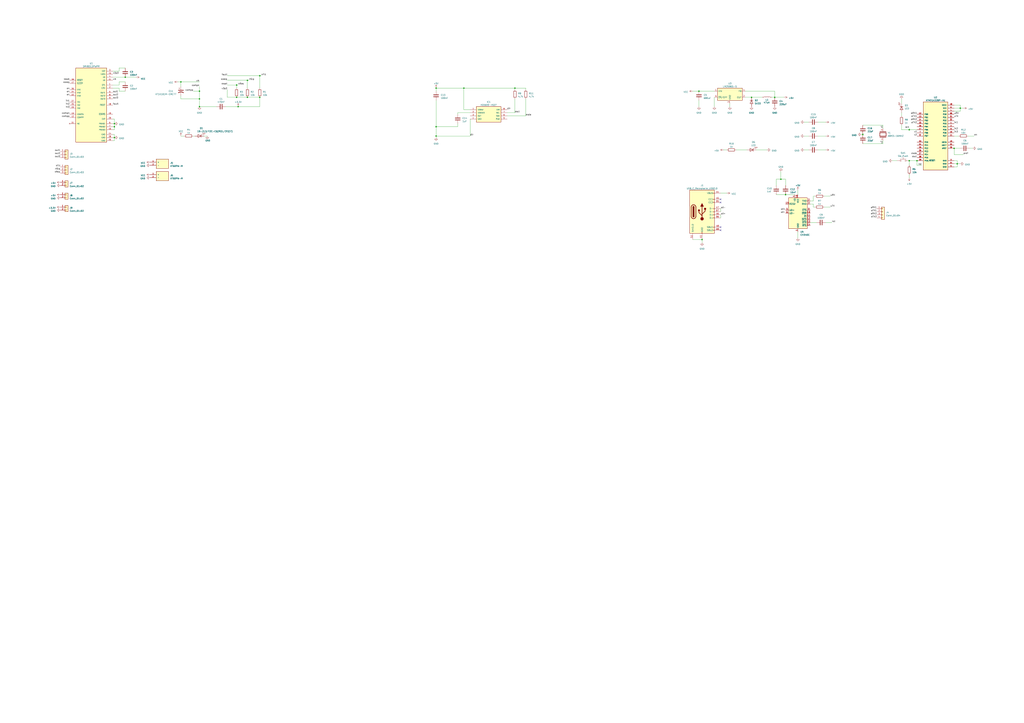
<source format=kicad_sch>
(kicad_sch (version 20231120) (generator "eeschema") (generator_version "8.0")
  (paper "A1")
  (title_block (title "GimbalFOC Controller") (date "2024-07-29") (rev "1.0") (company "VERTEX"))
  (lib_symbols
    (symbol "ABM3-16.000MHZ-B2-T:ABM3-16.000MHZ-B2-T" (pin_names (offset 1.016))
      (property "Reference" "Y" (at -5.0878 3.8159 0))
      (property "Value" "ABM3-16.000MHZ-B2-T" (at -5.0944 -5.0944 0))
      (symbol "ABM3-16.000MHZ-B2-T_0_0"
        (pin passive line (at -5.08 0 0) (length 2.54) (name "~") (number "1"))
        (pin passive line (at 5.08 0 180) (length 2.54) (name "~") (number "2"))
      )
    )
    (symbol "AS5600-ASOT:AS5600-ASOT" (pin_names (offset 1.016))
      (property "Reference" "IC" (at 6.35 5.08 0))
      (property "Value" "AS5600-ASOT" (at 6.35 -12.7 0))
      (symbol "AS5600-ASOT_0_0"
        (pin bidirectional line (at 0 0 0) (length 5.08) (name "VDD5V") (number "1"))
        (pin bidirectional line (at 0 -2.54 0) (length 5.08) (name "VDD3V3") (number "2"))
        (pin bidirectional line (at 0 -5.08 0) (length 5.08) (name "OUT") (number "3"))
        (pin bidirectional line (at 0 -7.62 0) (length 5.08) (name "GND") (number "4"))
        (pin bidirectional line (at 30.48 -7.62 180) (length 5.08) (name "PGO") (number "5"))
        (pin bidirectional line (at 30.48 -5.08 180) (length 5.08) (name "SDA") (number "6"))
        (pin bidirectional line (at 30.48 -2.54 180) (length 5.08) (name "SCL") (number "7"))
        (pin bidirectional line (at 30.48 0 180) (length 5.08) (name "DIR") (number "8"))
      )
    )
    (symbol "ATMEGA328P-AU:ATMEGA328P-AU" (pin_names (offset 1.016))
      (property "Reference" "U" (at -10.1755 29.2546 0))
      (property "Value" "ATMEGA328P-AU" (at -10.1669 -31.7714 0))
      (symbol "ATMEGA328P-AU_0_0"
        (pin bidirectional line (at 15.24 10.16 180) (length 5.08) (name "PD3") (number "1"))
        (pin bidirectional line (at 15.24 2.54 180) (length 5.08) (name "PD6") (number "10"))
        (pin bidirectional line (at 15.24 0 180) (length 5.08) (name "PD7") (number "11"))
        (pin bidirectional line (at -15.24 17.78 0) (length 5.08) (name "PB0") (number "12"))
        (pin bidirectional line (at -15.24 15.24 0) (length 5.08) (name "PB1") (number "13"))
        (pin bidirectional line (at -15.24 12.7 0) (length 5.08) (name "PB2") (number "14"))
        (pin bidirectional line (at -15.24 10.16 0) (length 5.08) (name "PB3") (number "15"))
        (pin bidirectional line (at -15.24 7.62 0) (length 5.08) (name "PB4") (number "16"))
        (pin bidirectional line (at -15.24 5.08 0) (length 5.08) (name "PB5") (number "17"))
        (pin power_in line (at 15.24 25.4 180) (length 5.08) (name "AVCC") (number "18"))
        (pin bidirectional line (at 15.24 -5.08 180) (length 5.08) (name "ADC6") (number "19"))
        (pin bidirectional line (at 15.24 7.62 180) (length 5.08) (name "PD4") (number "2"))
        (pin input line (at 15.24 -10.16 180) (length 5.08) (name "AREF") (number "20"))
        (pin power_in line (at 15.24 -22.86 180) (length 5.08) (name "GND") (number "21"))
        (pin bidirectional line (at 15.24 -7.62 180) (length 5.08) (name "ADC7") (number "22"))
        (pin bidirectional line (at -15.24 -5.08 0) (length 5.08) (name "PC0") (number "23"))
        (pin bidirectional line (at -15.24 -7.62 0) (length 5.08) (name "PC1") (number "24"))
        (pin bidirectional line (at -15.24 -10.16 0) (length 5.08) (name "PC2") (number "25"))
        (pin bidirectional line (at -15.24 -12.7 0) (length 5.08) (name "PC3") (number "26"))
        (pin bidirectional line (at -15.24 -15.24 0) (length 5.08) (name "PC4") (number "27"))
        (pin bidirectional line (at -15.24 -17.78 0) (length 5.08) (name "PC5") (number "28"))
        (pin bidirectional line (at -15.24 -20.32 0) (length 5.08) (name "PC6/~{RESET}") (number "29"))
        (pin power_in line (at 15.24 -20.32 180) (length 5.08) (name "GND") (number "3"))
        (pin bidirectional line (at 15.24 17.78 180) (length 5.08) (name "PD0") (number "30"))
        (pin bidirectional line (at 15.24 15.24 180) (length 5.08) (name "PD1") (number "31"))
        (pin bidirectional line (at 15.24 12.7 180) (length 5.08) (name "PD2") (number "32"))
        (pin power_in line (at 15.24 20.32 180) (length 5.08) (name "VCC") (number "4"))
        (pin power_in line (at 15.24 -25.4 180) (length 5.08) (name "GND") (number "5"))
        (pin power_in line (at 15.24 22.86 180) (length 5.08) (name "VCC") (number "6"))
        (pin bidirectional line (at -15.24 2.54 0) (length 5.08) (name "PB6") (number "7"))
        (pin bidirectional line (at -15.24 0 0) (length 5.08) (name "PB7") (number "8"))
        (pin bidirectional line (at 15.24 5.08 180) (length 5.08) (name "PD5") (number "9"))
      )
    )
    (symbol "Connector:USB_C_Receptacle_USB2.0" (pin_names (offset 1.016))
      (property "Reference" "J" (at -10.16 19.05 0))
      (property "Value" "USB_C_Receptacle_USB2.0" (at 19.05 19.05 0))
      (symbol "USB_C_Receptacle_USB2.0_1_1"
        (pin passive line (at 0 -22.86 90) (length 5.08) (name "GND") (number "A1"))
        (pin passive line (at 0 -22.86 90) (length 5.08) hide (name "GND") (number "A12"))
        (pin passive line (at 15.24 15.24 180) (length 5.08) (name "VBUS") (number "A4"))
        (pin bidirectional line (at 15.24 10.16 180) (length 5.08) (name "CC1") (number "A5"))
        (pin bidirectional line (at 15.24 -2.54 180) (length 5.08) (name "D+") (number "A6"))
        (pin bidirectional line (at 15.24 2.54 180) (length 5.08) (name "D-") (number "A7"))
        (pin bidirectional line (at 15.24 -12.7 180) (length 5.08) (name "SBU1") (number "A8"))
        (pin passive line (at 15.24 15.24 180) (length 5.08) hide (name "VBUS") (number "A9"))
        (pin passive line (at 0 -22.86 90) (length 5.08) hide (name "GND") (number "B1"))
        (pin passive line (at 0 -22.86 90) (length 5.08) hide (name "GND") (number "B12"))
        (pin passive line (at 15.24 15.24 180) (length 5.08) hide (name "VBUS") (number "B4"))
        (pin bidirectional line (at 15.24 7.62 180) (length 5.08) (name "CC2") (number "B5"))
        (pin bidirectional line (at 15.24 -5.08 180) (length 5.08) (name "D+") (number "B6"))
        (pin bidirectional line (at 15.24 0 180) (length 5.08) (name "D-") (number "B7"))
        (pin bidirectional line (at 15.24 -15.24 180) (length 5.08) (name "SBU2") (number "B8"))
        (pin passive line (at 15.24 15.24 180) (length 5.08) hide (name "VBUS") (number "B9"))
        (pin passive line (at -7.62 -22.86 90) (length 5.08) (name "SHIELD") (number "S1"))
      )
    )
    (symbol "Connector_Generic:Conn_01x02" (pin_names (offset 1.016) hide)
      (property "Reference" "J" (at 0 2.54 0))
      (property "Value" "Conn_01x02" (at 0 -5.08 0))
      (symbol "Conn_01x02_1_1"
        (pin passive line (at -5.08 0 0) (length 3.81) (name "Pin_1") (number "1"))
        (pin passive line (at -5.08 -2.54 0) (length 3.81) (name "Pin_2") (number "2"))
      )
    )
    (symbol "Connector_Generic:Conn_01x03" (pin_names (offset 1.016) hide)
      (property "Reference" "J" (at 0 5.08 0))
      (property "Value" "Conn_01x03" (at 0 -5.08 0))
      (symbol "Conn_01x03_1_1"
        (pin passive line (at -5.08 2.54 0) (length 3.81) (name "Pin_1") (number "1"))
        (pin passive line (at -5.08 0 0) (length 3.81) (name "Pin_2") (number "2"))
        (pin passive line (at -5.08 -2.54 0) (length 3.81) (name "Pin_3") (number "3"))
      )
    )
    (symbol "Connector_Generic:Conn_01x04" (pin_names (offset 1.016) hide)
      (property "Reference" "J" (at 0 5.08 0))
      (property "Value" "Conn_01x04" (at 0 -7.62 0))
      (symbol "Conn_01x04_1_1"
        (pin passive line (at -5.08 2.54 0) (length 3.81) (name "Pin_1") (number "1"))
        (pin passive line (at -5.08 0 0) (length 3.81) (name "Pin_2") (number "2"))
        (pin passive line (at -5.08 -2.54 0) (length 3.81) (name "Pin_3") (number "3"))
        (pin passive line (at -5.08 -5.08 0) (length 3.81) (name "Pin_4") (number "4"))
      )
    )
    (symbol "DRV8313PWPR:DRV8313PWPR" (pin_names (offset 1.016))
      (property "Reference" "U" (at -12.7 31.48 0))
      (property "Value" "DRV8313PWPR" (at -12.7 -33.02 0))
      (symbol "DRV8313PWPR_0_0"
        (pin power_in line (at 17.78 16.51 180) (length 5.08) (name "CPL") (number "1"))
        (pin power_in line (at 17.78 -20.32 180) (length 5.08) (name "PGND3") (number "10"))
        (pin power_in line (at 17.78 20.32 180) (length 5.08) (name "VM") (number "11"))
        (pin input line (at -17.78 -10.16 0) (length 5.08) (name "COMPP") (number "12"))
        (pin input line (at -17.78 -7.62 0) (length 5.08) (name "COMPN") (number "13"))
        (pin power_in line (at 17.78 -24.13 180) (length 5.08) (name "GND") (number "14"))
        (pin power_in line (at 17.78 25.4 180) (length 5.08) (name "V3P3") (number "15"))
        (pin input line (at -17.78 20.32 0) (length 5.08) (name "~{RESET}") (number "16"))
        (pin input line (at -17.78 17.78 0) (length 5.08) (name "~{SLEEP}") (number "17"))
        (pin output line (at 17.78 0 180) (length 5.08) (name "~{FAULT}") (number "18"))
        (pin output line (at 17.78 -7.62 180) (length 5.08) (name "~{COMPO}") (number "19"))
        (pin power_in line (at 17.78 13.97 180) (length 5.08) (name "CPH") (number "2"))
        (pin power_in line (at 17.78 -29.21 180) (length 5.08) (name "GND") (number "20"))
        (pin no_connect line (at -17.78 -15.24 0) (length 5.08) (name "NC") (number "21"))
        (pin input line (at -17.78 7.62 0) (length 5.08) (name "EN3") (number "22"))
        (pin input line (at -17.78 -2.54 0) (length 5.08) (name "IN3") (number "23"))
        (pin input line (at -17.78 10.16 0) (length 5.08) (name "EN2") (number "24"))
        (pin input line (at -17.78 0 0) (length 5.08) (name "IN2") (number "25"))
        (pin input line (at -17.78 12.7 0) (length 5.08) (name "EN1") (number "26"))
        (pin input line (at -17.78 2.54 0) (length 5.08) (name "IN1") (number "27"))
        (pin power_in line (at 17.78 -26.67 180) (length 5.08) (name "GND") (number "28"))
        (pin power_in line (at 17.78 -11.43 180) (length 5.08) (name "EXP") (number "29"))
        (pin power_in line (at 17.78 27.94 180) (length 5.08) (name "VCP") (number "3"))
        (pin power_in line (at 17.78 22.86 180) (length 5.08) (name "VM") (number "4"))
        (pin output line (at 17.78 10.16 180) (length 5.08) (name "OUT1") (number "5"))
        (pin power_in line (at 17.78 -15.24 180) (length 5.08) (name "PGND1") (number "6"))
        (pin power_in line (at 17.78 -17.78 180) (length 5.08) (name "PGND2") (number "7"))
        (pin output line (at 17.78 7.62 180) (length 5.08) (name "OUT2") (number "8"))
        (pin output line (at 17.78 5.08 180) (length 5.08) (name "OUT3") (number "9"))
      )
    )
    (symbol "Device:C" (pin_numbers hide) (pin_names (offset 0.254))
      (property "Reference" "C" (at 0.635 2.54 0))
      (property "Value" "C" (at 0.635 -2.54 0))
      (symbol "C_1_1"
        (pin passive line (at 0 3.81 270) (length 2.794) (name "~") (number "1"))
        (pin passive line (at 0 -3.81 90) (length 2.794) (name "~") (number "2"))
      )
    )
    (symbol "Device:C_Polarized_US" (pin_numbers hide) (pin_names (offset 0.254) hide)
      (property "Reference" "C" (at 0.635 2.54 0))
      (property "Value" "C_Polarized_US" (at 0.635 -2.54 0))
      (symbol "C_Polarized_US_1_1"
        (pin passive line (at 0 3.81 270) (length 2.794) (name "~") (number "1"))
        (pin passive line (at 0 -3.81 90) (length 3.302) (name "~") (number "2"))
      )
    )
    (symbol "Device:D" (pin_numbers hide) (pin_names (offset 1.016) hide)
      (property "Reference" "D" (at 0 2.54 0))
      (property "Value" "D" (at 0 -2.54 0))
      (symbol "D_1_1"
        (pin passive line (at -3.81 0 0) (length 2.54) (name "K") (number "1"))
        (pin passive line (at 3.81 0 180) (length 2.54) (name "A") (number "2"))
      )
    )
    (symbol "Device:L" (pin_numbers hide) (pin_names (offset 1.016) hide)
      (property "Reference" "L" (at -1.27 0 90))
      (property "Value" "L" (at 1.905 0 90))
      (symbol "L_1_1"
        (pin passive line (at 0 3.81 270) (length 1.27) (name "1") (number "1"))
        (pin passive line (at 0 -3.81 90) (length 1.27) (name "2") (number "2"))
      )
    )
    (symbol "Device:LED" (pin_numbers hide) (pin_names (offset 1.016) hide)
      (property "Reference" "D" (at 0 2.54 0))
      (property "Value" "LED" (at 0 -2.54 0))
      (symbol "LED_1_1"
        (pin passive line (at -3.81 0 0) (length 2.54) (name "K") (number "1"))
        (pin passive line (at 3.81 0 180) (length 2.54) (name "A") (number "2"))
      )
    )
    (symbol "Device:R" (pin_numbers hide) (pin_names (offset 0))
      (property "Reference" "R" (at 2.032 0 90))
      (property "Value" "R" (at 0 0 90))
      (symbol "R_1_1"
        (pin passive line (at 0 3.81 270) (length 1.27) (name "~") (number "1"))
        (pin passive line (at 0 -3.81 90) (length 1.27) (name "~") (number "2"))
      )
    )
    (symbol "Interface_USB:CH340C"
      (property "Reference" "U" (at -5.08 13.97 0))
      (property "Value" "CH340C" (at 1.27 13.97 0))
      (symbol "CH340C_1_1"
        (pin power_in line (at 0 -15.24 90) (length 2.54) (name "GND") (number "1"))
        (pin input line (at 10.16 0 180) (length 2.54) (name "~{DSR}") (number "10"))
        (pin input line (at 10.16 -2.54 180) (length 2.54) (name "~{RI}") (number "11"))
        (pin input line (at 10.16 -5.08 180) (length 2.54) (name "~{DCD}") (number "12"))
        (pin output line (at 10.16 -7.62 180) (length 2.54) (name "~{DTR}") (number "13"))
        (pin output line (at 10.16 -10.16 180) (length 2.54) (name "~{RTS}") (number "14"))
        (pin input line (at -10.16 7.62 0) (length 2.54) (name "R232") (number "15"))
        (pin power_in line (at 0 15.24 270) (length 2.54) (name "VCC") (number "16"))
        (pin output line (at 10.16 10.16 180) (length 2.54) (name "TXD") (number "2"))
        (pin input line (at 10.16 7.62 180) (length 2.54) (name "RXD") (number "3"))
        (pin passive line (at -2.54 15.24 270) (length 2.54) (name "V3") (number "4"))
        (pin bidirectional line (at -10.16 2.54 0) (length 2.54) (name "UD+") (number "5"))
        (pin bidirectional line (at -10.16 0 0) (length 2.54) (name "UD-") (number "6"))
        (pin no_connect line (at -7.62 -7.62 0) (length 2.54) hide (name "NC") (number "7"))
        (pin no_connect line (at -7.62 -10.16 0) (length 2.54) hide (name "NC") (number "8"))
        (pin input line (at 10.16 2.54 180) (length 2.54) (name "~{CTS}") (number "9"))
      )
    )
    (symbol "Regulator_Switching:LM2596S-5"
      (property "Reference" "U" (at -10.16 6.35 0))
      (property "Value" "LM2596S-5" (at 0 6.35 0))
      (symbol "LM2596S-5_1_1"
        (pin power_in line (at -12.7 2.54 0) (length 2.54) (name "VIN") (number "1"))
        (pin output line (at 12.7 -2.54 180) (length 2.54) (name "OUT") (number "2"))
        (pin power_in line (at 0 -7.62 90) (length 2.54) (name "GND") (number "3"))
        (pin input line (at 12.7 2.54 180) (length 2.54) (name "FB") (number "4"))
        (pin input line (at -12.7 -2.54 0) (length 2.54) (name "~{ON}/OFF") (number "5"))
      )
    )
    (symbol "Switch:SW_Push" (pin_numbers hide) (pin_names (offset 1.016) hide)
      (property "Reference" "SW" (at 1.27 2.54 0))
      (property "Value" "SW_Push" (at 0 -1.524 0))
      (symbol "SW_Push_0_1"
        (pin passive line (at -5.08 0 0) (length 2.54) (name "1") (number "1"))
        (pin passive line (at 5.08 0 180) (length 2.54) (name "2") (number "2"))
      )
    )
    (symbol "XT60PW-M:XT60PW-M" (pin_names (offset 1.016))
      (property "Reference" "J" (at -5.08 5.7234 0))
      (property "Value" "XT60PW-M" (at -5.08 -5.0923 0))
      (symbol "XT60PW-M_0_0"
        (pin passive line (at -10.16 2.54 0) (length 5.08) (name "+") (number "1"))
        (pin passive line (at -10.16 0 0) (length 5.08) (name "-") (number "2"))
      )
    )
    (symbol "power:+3.3V" (power) (pin_names (offset 0))
      (property "Value" "+3.3V" (at 0 3.556 0))
      (symbol "+3.3V_1_1"
        (pin power_in line (at 0 0 90) (length 0) hide (name "+3.3V") (number "1"))
      )
    )
    (symbol "power:+5V" (power) (pin_names (offset 0))
      (property "Value" "+5V" (at 0 3.556 0))
      (symbol "+5V_1_1"
        (pin power_in line (at 0 0 90) (length 0) hide (name "+5V") (number "1"))
      )
    )
    (symbol "power:GND" (power) (pin_names (offset 0))
      (property "Value" "GND" (at 0 -3.81 0))
      (symbol "GND_1_1"
        (pin power_in line (at 0 0 270) (length 0) hide (name "GND") (number "1"))
      )
    )
    (symbol "power:VCC" (power) (pin_names (offset 0))
      (property "Value" "VCC" (at 0 3.81 0))
      (symbol "VCC_1_1"
        (pin power_in line (at 0 0 90) (length 0) hide (name "VCC") (number "1"))
      )
    )
  )
  (junction (at 645.16 160.02))
  (junction (at 148.59 67.31))
  (junction (at 783.59 121.92))
  (junction (at 358.14 111.76))
  (junction (at 788.67 88.9))
  (junction (at 358.14 72.39))
  (junction (at 708.66 110.49))
  (junction (at 786.13 134.62))
  (junction (at 617.22 80.01))
  (junction (at 213.36 62.23))
  (junction (at 93.98 104.14))
  (junction (at 381 72.39))
  (junction (at 213.36 80.01))
  (junction (at 194.31 80.01))
  (junction (at 746.76 106.68))
  (junction (at 163.83 74.93))
  (junction (at 195.58 87.63))
  (junction (at 163.83 87.63))
  (junction (at 163.83 81.28))
  (junction (at 358.14 104.14))
  (junction (at 93.98 113.03))
  (junction (at 636.27 80.01))
  (junction (at 93.98 101.6))
  (junction (at 203.2 66.04))
  (junction (at 753.11 132.08))
  (junction (at 574.04 74.93))
  (junction (at 422.91 72.39))
  (junction (at 203.2 80.01))
  (junction (at 746.76 132.08))
  (junction (at 194.31 69.85))
  (junction (at 102.87 63.5))
  (junction (at 576.58 196.85))
  (junction (at 641.35 147.32))
  (no_connect (at 591.82 186.69))
  (no_connect (at 591.82 166.37))
  (no_connect (at 591.82 163.83))
  (no_connect (at 591.82 189.23))
  (wire (pts (xy 796.29 121.92) (xy 798.83 121.92)))
  (wire (pts (xy 612.14 74.93) (xy 636.27 74.93)))
  (wire (pts (xy 783.59 121.92) (xy 783.59 127)))
  (wire (pts (xy 358.14 104.14) (xy 358.14 111.76)))
  (wire (pts (xy 97.79 69.85) (xy 97.79 67.31)))
  (wire (pts (xy 97.79 55.88) (xy 102.87 55.88)))
  (wire (pts (xy 386.08 97.79) (xy 386.08 111.76)))
  (wire (pts (xy 591.82 158.75) (xy 596.9 158.75)))
  (wire (pts (xy 753.11 135.89) (xy 753.11 132.08)))
  (wire (pts (xy 358.14 82.55) (xy 358.14 104.14)))
  (wire (pts (xy 92.71 69.85) (xy 97.79 69.85)))
  (wire (pts (xy 97.79 58.42) (xy 97.79 55.88)))
  (wire (pts (xy 568.96 196.85) (xy 576.58 196.85)))
  (wire (pts (xy 97.79 67.31) (xy 102.87 67.31)))
  (wire (pts (xy 358.14 72.39) (xy 358.14 74.93)))
  (wire (pts (xy 732.79 132.08) (xy 736.6 132.08)))
  (wire (pts (xy 375.92 104.14) (xy 358.14 104.14)))
  (wire (pts (xy 213.36 62.23) (xy 213.36 72.39)))
  (wire (pts (xy 158.75 111.76) (xy 160.02 111.76)))
  (wire (pts (xy 375.92 92.71) (xy 375.92 93.98)))
  (wire (pts (xy 671.83 123.19) (xy 678.18 123.19)))
  (wire (pts (xy 213.36 62.23) (xy 214.63 62.23)))
  (wire (pts (xy 92.71 58.42) (xy 97.79 58.42)))
  (wire (pts (xy 756.92 135.89) (xy 753.11 135.89)))
  (wire (pts (xy 167.64 111.76) (xy 170.18 111.76)))
  (wire (pts (xy 725.17 115.57) (xy 725.17 118.11)))
  (wire (pts (xy 92.71 115.57) (xy 93.98 115.57)))
  (wire (pts (xy 641.35 147.32) (xy 641.35 140.97)))
  (wire (pts (xy 93.98 115.57) (xy 93.98 113.03)))
  (wire (pts (xy 637.54 147.32) (xy 637.54 152.4)))
  (wire (pts (xy 163.83 81.28) (xy 163.83 87.63)))
  (wire (pts (xy 148.59 67.31) (xy 148.59 71.12)))
  (wire (pts (xy 97.79 74.93) (xy 97.79 72.39)))
  (wire (pts (xy 783.59 137.16) (xy 786.13 137.16)))
  (wire (pts (xy 375.92 92.71) (xy 386.08 92.71)))
  (wire (pts (xy 92.71 97.79) (xy 93.98 97.79)))
  (wire (pts (xy 203.2 66.04) (xy 204.47 66.04)))
  (wire (pts (xy 604.52 123.19) (xy 613.41 123.19)))
  (wire (pts (xy 381 72.39) (xy 381 90.17)))
  (wire (pts (xy 725.17 118.11) (xy 708.66 118.11)))
  (wire (pts (xy 740.41 92.71) (xy 740.41 95.25)))
  (wire (pts (xy 655.32 190.5) (xy 655.32 195.58)))
  (wire (pts (xy 645.16 160.02) (xy 652.78 160.02)))
  (wire (pts (xy 358.14 111.76) (xy 358.14 113.03)))
  (wire (pts (xy 671.83 111.76) (xy 678.18 111.76)))
  (wire (pts (xy 783.59 91.44) (xy 788.67 91.44)))
  (wire (pts (xy 665.48 182.88) (xy 670.56 182.88)))
  (wire (pts (xy 568.96 74.93) (xy 574.04 74.93)))
  (wire (pts (xy 591.82 171.45) (xy 591.82 173.99)))
  (wire (pts (xy 194.31 80.01) (xy 186.69 80.01)))
  (wire (pts (xy 574.04 82.55) (xy 574.04 87.63)))
  (wire (pts (xy 788.67 88.9) (xy 783.59 88.9)))
  (wire (pts (xy 194.31 69.85) (xy 195.58 69.85)))
  (wire (pts (xy 746.76 106.68) (xy 740.41 106.68)))
  (wire (pts (xy 668.02 165.1) (xy 665.48 165.1)))
  (wire (pts (xy 678.18 182.88) (xy 683.26 182.88)))
  (wire (pts (xy 788.67 86.36) (xy 788.67 88.9)))
  (wire (pts (xy 783.59 132.08) (xy 786.13 132.08)))
  (wire (pts (xy 612.14 80.01) (xy 617.22 80.01)))
  (wire (pts (xy 783.59 111.76) (xy 787.4 111.76)))
  (wire (pts (xy 641.35 147.32) (xy 645.16 147.32)))
  (wire (pts (xy 163.83 71.12) (xy 163.83 74.93)))
  (wire (pts (xy 660.4 100.33) (xy 664.21 100.33)))
  (wire (pts (xy 636.27 74.93) (xy 636.27 80.01)))
  (wire (pts (xy 148.59 111.76) (xy 151.13 111.76)))
  (wire (pts (xy 92.71 106.68) (xy 93.98 106.68)))
  (wire (pts (xy 574.04 74.93) (xy 586.74 74.93)))
  (wire (pts (xy 676.91 161.29) (xy 681.99 161.29)))
  (wire (pts (xy 725.17 102.87) (xy 708.66 102.87)))
  (wire (pts (xy 668.02 161.29) (xy 669.29 161.29)))
  (wire (pts (xy 725.17 105.41) (xy 725.17 102.87)))
  (wire (pts (xy 431.8 72.39) (xy 431.8 73.66)))
  (wire (pts (xy 665.48 167.64) (xy 668.02 167.64)))
  (wire (pts (xy 102.87 63.5) (xy 111.76 63.5)))
  (wire (pts (xy 203.2 80.01) (xy 194.31 80.01)))
  (wire (pts (xy 358.14 72.39) (xy 381 72.39)))
  (wire (pts (xy 163.83 87.63) (xy 177.8 87.63)))
  (wire (pts (xy 708.66 110.49) (xy 707.39 110.49)))
  (wire (pts (xy 788.67 91.44) (xy 788.67 88.9)))
  (wire (pts (xy 93.98 104.14) (xy 93.98 101.6)))
  (wire (pts (xy 381 90.17) (xy 386.08 90.17)))
  (wire (pts (xy 185.42 87.63) (xy 195.58 87.63)))
  (wire (pts (xy 213.36 80.01) (xy 203.2 80.01)))
  (wire (pts (xy 422.91 92.71) (xy 422.91 81.28)))
  (wire (pts (xy 621.03 123.19) (xy 629.92 123.19)))
  (wire (pts (xy 660.4 123.19) (xy 664.21 123.19)))
  (wire (pts (xy 92.71 63.5) (xy 102.87 63.5)))
  (wire (pts (xy 158.75 74.93) (xy 163.83 74.93)))
  (wire (pts (xy 591.82 176.53) (xy 591.82 179.07)))
  (wire (pts (xy 93.98 97.79) (xy 93.98 101.6)))
  (wire (pts (xy 660.4 111.76) (xy 664.21 111.76)))
  (wire (pts (xy 636.27 80.01) (xy 643.89 80.01)))
  (wire (pts (xy 786.13 134.62) (xy 783.59 134.62)))
  (wire (pts (xy 746.76 146.05) (xy 746.76 143.51)))
  (wire (pts (xy 786.13 134.62) (xy 788.67 134.62)))
  (wire (pts (xy 740.41 106.68) (xy 740.41 102.87)))
  (wire (pts (xy 92.71 104.14) (xy 93.98 104.14)))
  (wire (pts (xy 186.69 69.85) (xy 194.31 69.85)))
  (wire (pts (xy 668.02 161.29) (xy 668.02 165.1)))
  (wire (pts (xy 416.56 92.71) (xy 422.91 92.71)))
  (wire (pts (xy 93.98 101.6) (xy 92.71 101.6)))
  (wire (pts (xy 783.59 121.92) (xy 788.67 121.92)))
  (wire (pts (xy 599.44 85.09) (xy 599.44 87.63)))
  (wire (pts (xy 637.54 147.32) (xy 641.35 147.32)))
  (wire (pts (xy 186.69 66.04) (xy 203.2 66.04)))
  (wire (pts (xy 416.56 95.25) (xy 431.8 95.25)))
  (wire (pts (xy 740.41 81.28) (xy 740.41 85.09)))
  (wire (pts (xy 213.36 80.01) (xy 213.36 87.63)))
  (wire (pts (xy 637.54 160.02) (xy 645.16 160.02)))
  (wire (pts (xy 753.11 106.68) (xy 746.76 106.68)))
  (wire (pts (xy 671.83 100.33) (xy 678.18 100.33)))
  (wire (pts (xy 203.2 66.04) (xy 203.2 72.39)))
  (wire (pts (xy 783.59 127) (xy 791.21 127)))
  (wire (pts (xy 375.92 101.6) (xy 375.92 104.14)))
  (wire (pts (xy 786.13 137.16) (xy 786.13 134.62)))
  (wire (pts (xy 92.71 72.39) (xy 97.79 72.39)))
  (wire (pts (xy 93.98 110.49) (xy 93.98 113.03)))
  (wire (pts (xy 668.02 167.64) (xy 668.02 170.18)))
  (wire (pts (xy 194.31 69.85) (xy 194.31 72.39)))
  (wire (pts (xy 146.05 67.31) (xy 148.59 67.31)))
  (wire (pts (xy 386.08 111.76) (xy 358.14 111.76)))
  (wire (pts (xy 594.36 123.19) (xy 596.9 123.19)))
  (wire (pts (xy 676.91 170.18) (xy 681.99 170.18)))
  (wire (pts (xy 381 72.39) (xy 422.91 72.39)))
  (wire (pts (xy 93.98 106.68) (xy 93.98 104.14)))
  (wire (pts (xy 636.27 80.01) (xy 633.73 80.01)))
  (wire (pts (xy 795.02 111.76) (xy 800.1 111.76)))
  (wire (pts (xy 422.91 72.39) (xy 422.91 73.66)))
  (wire (pts (xy 788.67 88.9) (xy 791.21 88.9)))
  (wire (pts (xy 746.76 106.68) (xy 746.76 105.41)))
  (wire (pts (xy 645.16 152.4) (xy 645.16 147.32)))
  (wire (pts (xy 148.59 78.74) (xy 148.59 81.28)))
  (wire (pts (xy 746.76 132.08) (xy 753.11 132.08)))
  (wire (pts (xy 213.36 87.63) (xy 195.58 87.63)))
  (wire (pts (xy 92.71 110.49) (xy 93.98 110.49)))
  (wire (pts (xy 431.8 95.25) (xy 431.8 81.28)))
  (wire (pts (xy 102.87 74.93) (xy 97.79 74.93)))
  (wire (pts (xy 576.58 196.85) (xy 576.58 199.39)))
  (wire (pts (xy 422.91 72.39) (xy 431.8 72.39)))
  (wire (pts (xy 617.22 80.01) (xy 626.11 80.01)))
  (wire (pts (xy 186.69 80.01) (xy 186.69 73.66)))
  (wire (pts (xy 148.59 81.28) (xy 163.83 81.28)))
  (wire (pts (xy 746.76 132.08) (xy 746.76 135.89)))
  (wire (pts (xy 93.98 113.03) (xy 92.71 113.03)))
  (wire (pts (xy 586.74 80.01) (xy 586.74 87.63)))
  (wire (pts (xy 655.32 156.21) (xy 655.32 160.02)))
  (wire (pts (xy 783.59 86.36) (xy 788.67 86.36)))
  (wire (pts (xy 148.59 67.31) (xy 163.83 67.31)))
  (wire (pts (xy 786.13 132.08) (xy 786.13 134.62)))
  (wire (pts (xy 186.69 62.23) (xy 213.36 62.23)))
  (wire (pts (xy 668.02 170.18) (xy 669.29 170.18)))
  (wire (pts (xy 163.83 74.93) (xy 163.83 81.28)))
  (label "uTX" (at 783.59 96.52 0))
  (label "in2" (at 57.15 86.36 180))
  (label "dir" (at 386.08 111.76 0))
  (label "in3" (at 57.15 88.9 180))
  (label "fault" (at 186.69 62.23 180))
  (label "ud-" (at 645.16 175.26 180))
  (label "en" (at 57.15 73.66 180))
  (label "aTX2" (at 720.09 179.07 180))
  (label "aref" (at 791.21 127 0))
  (label "in2" (at 783.59 106.68 0))
  (label "x1" (at 725.17 105.41 90))
  (label "compn" (at 163.83 71.12 180))
  (label "compn" (at 57.15 93.98 180))
  (label "ud-" (at 591.82 171.45 0))
  (label "sleep" (at 186.69 66.04 180))
  (label "escl" (at 422.91 92.71 0))
  (label "out2" (at 92.71 78.74 0))
  (label "ud+" (at 645.16 172.72 180))
  (label "reset" (at 57.15 66.04 180))
  (label "in1" (at 783.59 101.6 0))
  (label "v3p3" (at 186.69 73.66 180))
  (label "rst" (at 683.26 182.88 0))
  (label "out3" (at 49.53 129.54 180))
  (label "aTX1" (at 753.11 96.52 180))
  (label "compp" (at 158.75 74.93 180))
  (label "vm" (at 163.83 67.31 180))
  (label "in1" (at 57.15 83.82 180))
  (label "aTX1" (at 720.09 173.99 180))
  (label "fault" (at 92.71 86.36 0))
  (label "uRX" (at 681.99 161.29 0))
  (label "compp" (at 57.15 96.52 180))
  (label "nRes" (at 195.58 69.85 0))
  (label "rst" (at 756.92 135.89 180))
  (label "esda" (at 431.8 95.25 0))
  (label "en" (at 57.15 78.74 180))
  (label "nRes" (at 49.53 142.24 180))
  (label "uTX" (at 681.99 170.18 0))
  (label "v3p3" (at 92.71 60.96 0))
  (label "sck" (at 746.76 105.41 180))
  (label "out1" (at 92.71 76.2 0))
  (label "dir" (at 416.56 90.17 0))
  (label "vm" (at 92.71 66.04 0))
  (label "esda" (at 753.11 127 180))
  (label "escl" (at 753.11 129.54 180))
  (label "x2" (at 725.17 115.57 270))
  (label "sleep" (at 57.15 68.58 180))
  (label "nFlt" (at 214.63 62.23 0))
  (label "out3" (at 92.71 81.28 0))
  (label "aRX1" (at 720.09 171.45 180))
  (label "nFlt" (at 49.53 137.16 180))
  (label "x1" (at 753.11 109.22 180))
  (label "aTX2" (at 753.11 101.6 180))
  (label "uRX" (at 783.59 93.98 0))
  (label "out1" (at 49.53 124.46 180))
  (label "en" (at 57.15 76.2 180))
  (label "nSlp" (at 49.53 139.7 180))
  (label "x2" (at 753.11 111.76 180))
  (label "reset" (at 186.69 69.85 180))
  (label "nSlp" (at 204.47 66.04 0))
  (label "aRX2" (at 753.11 99.06 180))
  (label "en" (at 800.1 111.76 0))
  (label "in3" (at 783.59 109.22 0))
  (label "ud+" (at 591.82 176.53 0))
  (label "out2" (at 49.53 127 180))
  (label "aRX2" (at 720.09 176.53 180))
  (label "aRX1" (at 753.11 93.98 180))
  (symbol (lib_id "power:GND") (at 707.39 110.49 270) (unit 1)
    (property "Reference" "#PWR021" (effects (hide yes)))
    (property "Value" "GND" (at 703.58 111.125 90) (effects (justify right)))
  )
  (symbol (lib_id "power:+3.3V") (at 195.58 87.63 0) (unit 1)
    (property "Reference" "#PWR04" (effects (hide yes)))
    (property "Value" "+3.3V" (at 195.58 83.82 0))
  )
  (symbol (lib_id "power:+5V") (at 358.14 72.39 0) (unit 1)
    (property "Reference" "#PWR034" (effects (hide yes)))
    (property "Value" "+5V" (at 358.14 68.58 0))
  )
  (symbol (lib_id "Regulator_Switching:LM2596S-5") (at 599.44 77.47 0) (unit 1)
    (property "Reference" "U3" (at 599.44 68.58 0))
    (property "Value" "LM2596S-5" (at 599.44 71.12 0))
    (property "Footprint" "Package_TO_SOT_SMD:TO-263-5_TabPin3" (effects (hide yes)))
    (property "Datasheet" "http://www.ti.com/lit/ds/symlink/lm2596.pdf" (effects (hide yes)))
  )
  (symbol (lib_id "Connector:USB_C_Receptacle_USB2.0") (at 576.58 173.99 0) (unit 1)
    (property "Reference" "J1" (at 576.58 152.4 0))
    (property "Value" "USB_C_Receptacle_USB2.0" (at 576.58 154.94 0))
    (property "Footprint" "Connector_USB:USB_C_Receptacle_G-Switch_GT-USB-7010ASV" (effects (hide yes)))
    (property "Datasheet" "https://www.usb.org/sites/default/files/documents/usb_type-c.zip" (effects (hide yes)))
  )
  (symbol (lib_id "Device:R") (at 431.8 77.47 0) (unit 1)
    (property "Reference" "R11" (at 434.34 76.835 0) (effects (justify left)))
    (property "Value" "4.7k" (at 434.34 79.375 0) (effects (justify left)))
    (property "Footprint" "Resistor_SMD:R_0603_1608Metric" (effects (hide yes)))
  )
  (symbol (lib_id "Device:C") (at 708.66 114.3 180) (unit 1)
    (property "Reference" "C17" (at 712.47 113.0299 0) (effects (justify right)))
    (property "Value" "22pF" (at 712.47 115.5699 0) (effects (justify right)))
    (property "Footprint" "Capacitor_SMD:C_0603_1608Metric" (effects (hide yes)))
  )
  (symbol (lib_id "Device:C") (at 668.02 111.76 90) (unit 1)
    (property "Reference" "C8" (at 668.02 105.41 90))
    (property "Value" "100nF" (at 668.02 107.95 90))
    (property "Footprint" "Capacitor_SMD:C_0603_1608Metric" (effects (hide yes)))
  )
  (symbol (lib_id "power:+5V") (at 678.18 123.19 270) (unit 1)
    (property "Reference" "#PWR031" (effects (hide yes)))
    (property "Value" "+5V" (at 681.99 123.825 90) (effects (justify left)))
  )
  (symbol (lib_id "ATMEGA328P-AU:ATMEGA328P-AU") (at 768.35 111.76 0) (unit 1)
    (property "Reference" "U2" (at 768.35 80.01 0))
    (property "Value" "ATMEGA328P-AU" (at 768.35 82.55 0))
    (property "Footprint" "ATMEGA328P-AU:QFP80P900X900X120-32N" (effects (hide yes)))
    (property "Description" "\nAVR AVR® ATmega Microcontroller IC 8-Bit 20MHz 32KB (16K x 16) FLASH 32-TQFP (7x7)\n" (effects (hide yes)))
    (property "MF" "Microchip" (effects (hide yes)))
    (property "MAXIMUM_PACKAGE_HEIGHT" "1.20mm" (effects (hide yes)))
    (property "Package" "TQFP-32 Microchip" (effects (hide yes)))
    (property "Price" "None" (effects (hide yes)))
    (property "Check_prices" "https://www.snapeda.com/parts/ATMEGA328P-AU/Microchip/view-part/?ref=eda" (effects (hide yes)))
    (property "STANDARD" "IPC-7351B" (effects (hide yes)))
    (property "PARTREV" "8271A" (effects (hide yes)))
    (property "SnapEDA_Link" "https://www.snapeda.com/parts/ATMEGA328P-AU/Microchip/view-part/?ref=snap" (effects (hide yes)))
    (property "MP" "ATMEGA328P-AU" (effects (hide yes)))
    (property "Availability" "In Stock" (effects (hide yes)))
    (property "MANUFACTURER" "Microchip" (effects (hide yes)))
  )
  (symbol (lib_id "power:GND") (at 576.58 199.39 0) (unit 1)
    (property "Reference" "#PWR024" (effects (hide yes)))
    (property "Value" "GND" (at 576.58 204.47 0))
  )
  (symbol (lib_id "AS5600-ASOT:AS5600-ASOT") (at 386.08 90.17 0) (unit 1)
    (property "Reference" "IC1" (at 401.32 83.82 0))
    (property "Value" "AS5600-ASOT" (at 401.32 86.36 0))
    (property "Footprint" "AS5600-ASOT:SOIC127P600X175-8N" (effects (hide yes)))
    (property "Description" "\nHall Effect Sensor Angle External Magnet, Not Included Gull Wing\n" (effects (hide yes)))
    (property "MANUFACTURER_NAME" "ams" (effects (hide yes)))
    (property "MF" "ams" (effects (hide yes)))
    (property "MOUSER_PRICE-STOCK" "https://www.mouser.co.uk/ProductDetail/ams/AS5600-ASOT?qs=KTMMzrZdriGJpjhsnAEYBA%3D%3D" (effects (hide yes)))
    (property "DESCRIPTION" "Board Mount Hall Effect / Magnetic Sensors AS5600 Magnetic Sensor 12-Bit" (effects (hide yes)))
    (property "MOUSER_PART_NUMBER" "985-AS5600-ASOT" (effects (hide yes)))
    (property "Price" "None" (effects (hide yes)))
    (property "Package" "SOIC-8 ams" (effects (hide yes)))
    (property "Check_prices" "https://www.snapeda.com/parts/AS5600-ASOT/ams/view-part/?ref=eda" (effects (hide yes)))
    (property "HEIGHT" "1.75mm" (effects (hide yes)))
    (property "MP" "AS5600-ASOT" (effects (hide yes)))
    (property "SnapEDA_Link" "https://www.snapeda.com/parts/AS5600-ASOT/ams/view-part/?ref=snap" (effects (hide yes)))
    (property "ARROW_PRICE-STOCK" "https://www.arrow.com/en/products/as5600-asot/ams-ag?region=nac" (effects (hide yes)))
    (property "ARROW_PART_NUMBER" "AS5600-ASOT" (effects (hide yes)))
    (property "Availability" "In Stock" (effects (hide yes)))
    (property "MANUFACTURER_PART_NUMBER" "AS5600-ASOT" (effects (hide yes)))
  )
  (symbol (lib_id "power:GND") (at 574.04 87.63 0) (unit 1)
    (property "Reference" "#PWR014" (effects (hide yes)))
    (property "Value" "GND" (at 574.04 92.71 0))
  )
  (symbol (lib_id "Device:C") (at 668.02 100.33 90) (unit 1)
    (property "Reference" "C15" (at 668.02 93.98 90))
    (property "Value" "100nF" (at 668.02 96.52 90))
    (property "Footprint" "Capacitor_SMD:C_0603_1608Metric" (effects (hide yes)))
  )
  (symbol (lib_id "power:VCC") (at 123.19 143.51 90) (unit 1)
    (property "Reference" "#PWR038" (effects (hide yes)))
    (property "Value" "VCC" (at 119.38 144.145 90) (effects (justify left)))
  )
  (symbol (lib_id "power:+5V") (at 49.53 160.02 90) (unit 1)
    (property "Reference" "#PWR042" (effects (hide yes)))
    (property "Value" "+5V" (at 45.72 160.655 90) (effects (justify left)))
  )
  (symbol (lib_id "power:+5V") (at 678.18 111.76 270) (unit 1)
    (property "Reference" "#PWR033" (effects (hide yes)))
    (property "Value" "+5V" (at 681.99 112.395 90) (effects (justify left)))
  )
  (symbol (lib_id "ABM3-16.000MHZ-B2-T:ABM3-16.000MHZ-B2-T") (at 725.17 110.49 90) (unit 1)
    (property "Reference" "Y1" (at 728.98 109.2199 90) (effects (justify right)))
    (property "Value" "ABM3-16MHZ" (at 728.98 111.7599 90) (effects (justify right)))
    (property "Footprint" "ABM3-16.000MHZ-B2-T:XTAL_ABM3-16.000MHZ-B2-T" (effects (hide yes)))
    (property "MF" "Abracon" (effects (hide yes)))
    (property "MAXIMUM_PACKAGE_HEIGHT" "1.3 mm" (effects (hide yes)))
    (property "Package" "SMD-2 Abracon LLC" (effects (hide yes)))
    (property "Price" "None" (effects (hide yes)))
    (property "Check_prices" "https://www.snapeda.com/parts/ABM3-16.000MHZ-B2-T/Abracon+LLC/view-part/?ref=eda" (effects (hide yes)))
    (property "STANDARD" "Manufacturer Recommendations" (effects (hide yes)))
    (property "PARTREV" "4/25/2022" (effects (hide yes)))
    (property "SnapEDA_Link" "https://www.snapeda.com/parts/ABM3-16.000MHZ-B2-T/Abracon+LLC/view-part/?ref=snap" (effects (hide yes)))
    (property "MP" "ABM3-16.000MHZ-B2-T" (effects (hide yes)))
    (property "Purchase-URL" "https://www.snapeda.com/api/url_track_click_mouser/?unipart_id=55266&manufacturer=Abracon&part_name=ABM3-16.000MHZ-B2-T&search_term= abm3-16.000mhz-b2-t" (effects (hide yes)))
    (property "Description_1" "\n16 MHz ±20ppm Crystal 18pF 40 Ohms 2-SMD, No Lead\n" (effects (hide yes)))
    (property "Availability" "In Stock" (effects (hide yes)))
    (property "MANUFACTURER" "Abracon" (effects (hide yes)))
  )
  (symbol (lib_id "power:+5V") (at 791.21 88.9 270) (unit 1)
    (property "Reference" "#PWR017" (effects (hide yes)))
    (property "Value" "+5V" (at 795.02 89.535 90) (effects (justify left)))
  )
  (symbol (lib_id "Device:C_Polarized_US") (at 148.59 74.93 0) (unit 1)
    (property "Reference" "C11" (at 138.43 74.93 0) (effects (justify left)))
    (property "Value" "VT1V101M-CRE77" (at 127.508 77.47 0) (effects (justify left)))
    (property "Footprint" "VT1V101M-CRE77:CAP-SMD_BD6.3-L6.6-W6.6-FD" (effects (hide yes)))
  )
  (symbol (lib_id "power:GND") (at 93.98 113.03 90) (unit 1)
    (property "Reference" "#PWR02" (effects (hide yes)))
    (property "Value" "GND" (at 97.79 113.665 90) (effects (justify right)))
  )
  (symbol (lib_id "DRV8313PWPR:DRV8313PWPR") (at 74.93 86.36 0) (unit 1)
    (property "Reference" "U1" (at 74.93 52.07 0))
    (property "Value" "DRV8313PWPR" (at 74.93 54.61 0))
    (property "Footprint" "DRV8313PWPR:SOP65P640X120-29N" (effects (hide yes)))
    (property "Description" "\n65-V max 3-A peak 3-phase motor driver with integrated FETs\n" (effects (hide yes)))
    (property "DigiKey_Part_Number" "296-40072-2-ND" (effects (hide yes)))
    (property "SnapEDA_Link" "https://www.snapeda.com/parts/DRV8313PWPR/Texas+Instruments/view-part/?ref=snap" (effects (hide yes)))
    (property "SNAPEDA_PACKAGE_ID" "102627" (effects (hide yes)))
    (property "Package" "HTSSOP-28 Texas Instruments" (effects (hide yes)))
    (property "Check_prices" "https://www.snapeda.com/parts/DRV8313PWPR/Texas+Instruments/view-part/?ref=eda" (effects (hide yes)))
    (property "STANDARD" "Manufacturer Recommendations" (effects (hide yes)))
    (property "PARTREV" "D" (effects (hide yes)))
    (property "MF" "Texas Instruments" (effects (hide yes)))
    (property "MP" "DRV8313PWPR" (effects (hide yes)))
    (property "MANUFACTURER" "Texas Instruments" (effects (hide yes)))
    (property "MAXIMUM_PACKAGE_HEIGHT" "1.2 mm" (effects (hide yes)))
  )
  (symbol (lib_id "power:GND") (at 93.98 101.6 90) (unit 1)
    (property "Reference" "#PWR01" (effects (hide yes)))
    (property "Value" "GND" (at 97.79 102.235 90) (effects (justify right)))
  )
  (symbol (lib_id "Device:C") (at 645.16 156.21 0) (unit 1)
    (property "Reference" "C12" (at 648.97 155.575 0) (effects (justify left)))
    (property "Value" "10nF" (at 648.97 158.115 0) (effects (justify left)))
    (property "Footprint" "Capacitor_SMD:C_0603_1608Metric" (effects (hide yes)))
  )
  (symbol (lib_id "Switch:SW_Push") (at 741.68 132.08 0) (unit 1)
    (property "Reference" "SW1" (at 741.68 125.73 0))
    (property "Value" "SW_Push" (at 741.68 128.27 0))
    (property "Footprint" "YTS-A011-2B:SW-SMD_L4.0-W3.0-LS4.6" (effects (hide yes)))
  )
  (symbol (lib_id "Device:R") (at 203.2 76.2 0) (unit 1)
    (property "Reference" "R2" (at 205.74 75.565 0) (effects (justify left)))
    (property "Value" "10k" (at 205.74 78.105 0) (effects (justify left)))
    (property "Footprint" "Resistor_SMD:R_0603_1608Metric" (effects (hide yes)))
  )
  (symbol (lib_id "power:+5V") (at 643.89 80.01 270) (unit 1)
    (property "Reference" "#PWR013" (effects (hide yes)))
    (property "Value" "+5V" (at 647.7 80.645 90) (effects (justify left)))
  )
  (symbol (lib_id "power:+5V") (at 678.18 100.33 270) (unit 1)
    (property "Reference" "#PWR047" (effects (hide yes)))
    (property "Value" "+5V" (at 681.99 100.965 90) (effects (justify left)))
  )
  (symbol (lib_id "power:GND") (at 123.19 146.05 270) (unit 1)
    (property "Reference" "#PWR039" (effects (hide yes)))
    (property "Value" "GND" (at 119.38 146.685 90) (effects (justify right)))
  )
  (symbol (lib_id "power:GND") (at 49.53 172.72 270) (unit 1)
    (property "Reference" "#PWR045" (effects (hide yes)))
    (property "Value" "GND" (at 45.72 173.355 90) (effects (justify right)))
  )
  (symbol (lib_id "Device:R") (at 194.31 76.2 0) (unit 1)
    (property "Reference" "R3" (at 196.85 75.565 0) (effects (justify left)))
    (property "Value" "10k" (at 196.85 78.105 0) (effects (justify left)))
    (property "Footprint" "Resistor_SMD:R_0603_1608Metric" (effects (hide yes)))
  )
  (symbol (lib_id "power:GND") (at 163.83 87.63 0) (unit 1)
    (property "Reference" "#PWR05" (effects (hide yes)))
    (property "Value" "GND" (at 163.83 92.71 0))
  )
  (symbol (lib_id "power:GND") (at 170.18 111.76 0) (unit 1)
    (property "Reference" "#PWR08" (effects (hide yes)))
    (property "Value" "GND" (at 172.72 115.57 0) (effects (justify right)))
  )
  (symbol (lib_id "power:VCC") (at 568.96 74.93 90) (unit 1)
    (property "Reference" "#PWR015" (effects (hide yes)))
    (property "Value" "VCC" (at 565.15 75.565 90) (effects (justify left)))
  )
  (symbol (lib_id "power:GND") (at 636.27 87.63 0) (unit 1)
    (property "Reference" "#PWR012" (effects (hide yes)))
    (property "Value" "GND" (at 636.27 92.71 0))
  )
  (symbol (lib_id "power:+5V") (at 655.32 156.21 0) (unit 1)
    (property "Reference" "#PWR027" (effects (hide yes)))
    (property "Value" "+5V" (at 655.32 152.4 0))
  )
  (symbol (lib_id "Connector_Generic:Conn_01x02") (at 54.61 170.18 0) (unit 1)
    (property "Reference" "J9" (at 57.15 170.815 0) (effects (justify left)))
    (property "Value" "Conn_01x02" (at 57.15 173.355 0) (effects (justify left)))
    (property "Footprint" "Connector_PinHeader_2.54mm:PinHeader_1x02_P2.54mm_Vertical" (effects (hide yes)))
  )
  (symbol (lib_id "power:GND") (at 599.44 87.63 0) (unit 1)
    (property "Reference" "#PWR010" (effects (hide yes)))
    (property "Value" "GND" (at 599.44 92.71 0))
  )
  (symbol (lib_id "XT60PW-M:XT60PW-M") (at 133.35 146.05 0) (unit 1)
    (property "Reference" "J6" (at 139.7 144.145 0) (effects (justify left)))
    (property "Value" "XT60PW-M" (at 139.7 146.685 0) (effects (justify left)))
    (property "Footprint" "XT60PW-M:AMASS_XT60PW-M" (effects (hide yes)))
    (property "Description" "\nSocket, DC supply, male, PIN: 2\n" (effects (hide yes)))
    (property "MF" "AMASS" (effects (hide yes)))
    (property "MAXIMUM_PACKAGE_HEIGHT" "8.4 mm" (effects (hide yes)))
    (property "Package" "Package" (effects (hide yes)))
    (property "Price" "None" (effects (hide yes)))
    (property "Check_prices" "https://www.snapeda.com/parts/XT60PW-M/AMASS/view-part/?ref=eda" (effects (hide yes)))
    (property "STANDARD" "Manufacturer recommendations" (effects (hide yes)))
    (property "PARTREV" "V1.2" (effects (hide yes)))
    (property "SnapEDA_Link" "https://www.snapeda.com/parts/XT60PW-M/AMASS/view-part/?ref=snap" (effects (hide yes)))
    (property "MP" "XT60PW-M" (effects (hide yes)))
    (property "Availability" "Not in stock" (effects (hide yes)))
    (property "MANUFACTURER" "AMASS" (effects (hide yes)))
  )
  (symbol (lib_id "Connector_Generic:Conn_01x03") (at 54.61 127 0) (unit 1)
    (property "Reference" "J3" (at 57.15 126.365 0) (effects (justify left)))
    (property "Value" "Conn_01x03" (at 57.15 128.905 0) (effects (justify left)))
    (property "Footprint" "Connector_PinHeader_2.54mm:PinHeader_1x03_P2.54mm_Vertical" (effects (hide yes)))
  )
  (symbol (lib_id "Device:C") (at 674.37 182.88 270) (unit 1)
    (property "Reference" "C9" (at 674.37 176.53 90))
    (property "Value" "100nF" (at 674.37 179.07 90))
    (property "Footprint" "Capacitor_SMD:C_0603_1608Metric" (effects (hide yes)))
  )
  (symbol (lib_id "power:VCC") (at 123.19 133.35 90) (unit 1)
    (property "Reference" "#PWR036" (effects (hide yes)))
    (property "Value" "VCC" (at 119.38 133.985 90) (effects (justify left)))
  )
  (symbol (lib_id "Connector_Generic:Conn_01x04") (at 725.17 173.99 0) (unit 1)
    (property "Reference" "J4" (at 727.71 174.625 0) (effects (justify left)))
    (property "Value" "Conn_01x04" (at 727.71 177.165 0) (effects (justify left)))
    (property "Footprint" "Connector_PinHeader_2.54mm:PinHeader_1x04_P2.54mm_Vertical" (effects (hide yes)))
  )
  (symbol (lib_id "power:VCC") (at 596.9 158.75 270) (unit 1)
    (property "Reference" "#PWR025" (effects (hide yes)))
    (property "Value" "VCC" (at 600.71 159.385 90) (effects (justify left)))
  )
  (symbol (lib_id "power:VCC") (at 111.76 63.5 270) (unit 1)
    (property "Reference" "#PWR07" (effects (hide yes)))
    (property "Value" "VCC" (at 115.57 64.77 90) (effects (justify left)))
  )
  (symbol (lib_id "Device:R") (at 600.71 123.19 90) (unit 1)
    (property "Reference" "R10" (at 600.71 118.11 90))
    (property "Value" "1k" (at 600.71 120.65 90))
    (property "Footprint" "Resistor_SMD:R_0603_1608Metric" (effects (hide yes)))
  )
  (symbol (lib_id "Device:R") (at 740.41 99.06 0) (unit 1)
    (property "Reference" "R8" (at 742.95 98.425 0) (effects (justify left)))
    (property "Value" "1k" (at 742.95 100.965 0) (effects (justify left)))
    (property "Footprint" "Resistor_SMD:R_0603_1608Metric" (effects (hide yes)))
  )
  (symbol (lib_id "Device:C") (at 181.61 87.63 90) (unit 1)
    (property "Reference" "C1" (at 181.61 81.28 90))
    (property "Value" "470nF" (at 181.61 83.82 90))
    (property "Footprint" "Capacitor_SMD:C_0603_1608Metric" (effects (hide yes)))
  )
  (symbol (lib_id "Device:R") (at 154.94 111.76 90) (unit 1)
    (property "Reference" "R4" (at 154.94 106.68 90))
    (property "Value" "1k" (at 154.94 109.22 90))
    (property "Footprint" "Resistor_SMD:R_0603_1608Metric" (effects (hide yes)))
  )
  (symbol (lib_id "power:GND") (at 617.22 87.63 0) (unit 1)
    (property "Reference" "#PWR011" (effects (hide yes)))
    (property "Value" "GND" (at 617.22 92.71 0))
  )
  (symbol (lib_id "Device:R") (at 213.36 76.2 0) (unit 1)
    (property "Reference" "R1" (at 215.9 75.565 0) (effects (justify left)))
    (property "Value" "10k" (at 215.9 78.105 0) (effects (justify left)))
    (property "Footprint" "Resistor_SMD:R_0603_1608Metric" (effects (hide yes)))
  )
  (symbol (lib_id "power:GND") (at 123.19 135.89 270) (unit 1)
    (property "Reference" "#PWR037" (effects (hide yes)))
    (property "Value" "GND" (at 119.38 136.525 90) (effects (justify right)))
  )
  (symbol (lib_id "power:GND") (at 732.79 132.08 270) (unit 1)
    (property "Reference" "#PWR018" (effects (hide yes)))
    (property "Value" "GND" (at 728.98 132.715 90) (effects (justify right)))
  )
  (symbol (lib_id "Device:L") (at 629.92 80.01 90) (unit 1)
    (property "Reference" "L1" (at 629.92 82.042 90))
    (property "Value" "47uH" (at 629.666 84.328 90))
    (property "Footprint" "SPM6530T-R47M170:IND_SPM6530T-R47M170" (effects (hide yes)))
  )
  (symbol (lib_id "power:GND") (at 740.41 81.28 180) (unit 1)
    (property "Reference" "#PWR023" (effects (hide yes)))
    (property "Value" "GND" (at 740.41 77.47 0))
  )
  (symbol (lib_id "Device:C") (at 668.02 123.19 90) (unit 1)
    (property "Reference" "C7" (at 668.02 116.84 90))
    (property "Value" "100nF" (at 668.02 119.38 90))
    (property "Footprint" "Capacitor_SMD:C_0603_1608Metric" (effects (hide yes)))
  )
  (symbol (lib_id "Device:LED") (at 163.83 111.76 180) (unit 1)
    (property "Reference" "D1" (at 165.4175 105.41 0))
    (property "Value" "19-213/Y2C-CQ2R2L/3T(CY)" (at 176.53 107.95 0))
    (property "Footprint" "simpleFOC_led:LED0603-RD-YELLOW" (effects (hide yes)))
  )
  (symbol (lib_id "XT60PW-M:XT60PW-M") (at 133.35 135.89 0) (unit 1)
    (property "Reference" "J5" (at 139.7 133.985 0) (effects (justify left)))
    (property "Value" "XT60PW-M" (at 139.7 136.525 0) (effects (justify left)))
    (property "Footprint" "XT60PW-M:AMASS_XT60PW-M" (effects (hide yes)))
    (property "Description" "\nSocket, DC supply, male, PIN: 2\n" (effects (hide yes)))
    (property "MF" "AMASS" (effects (hide yes)))
    (property "MAXIMUM_PACKAGE_HEIGHT" "8.4 mm" (effects (hide yes)))
    (property "Package" "Package" (effects (hide yes)))
    (property "Price" "None" (effects (hide yes)))
    (property "Check_prices" "https://www.snapeda.com/parts/XT60PW-M/AMASS/view-part/?ref=eda" (effects (hide yes)))
    (property "STANDARD" "Manufacturer recommendations" (effects (hide yes)))
    (property "PARTREV" "V1.2" (effects (hide yes)))
    (property "SnapEDA_Link" "https://www.snapeda.com/parts/XT60PW-M/AMASS/view-part/?ref=snap" (effects (hide yes)))
    (property "MP" "XT60PW-M" (effects (hide yes)))
    (property "Availability" "Not in stock" (effects (hide yes)))
    (property "MANUFACTURER" "AMASS" (effects (hide yes)))
  )
  (symbol (lib_id "Device:C") (at 637.54 156.21 180) (unit 1)
    (property "Reference" "C10" (at 629.92 154.94 0) (effects (justify right)))
    (property "Value" "1nF" (at 629.92 157.48 0) (effects (justify right)))
    (property "Footprint" "Capacitor_SMD:C_0603_1608Metric" (effects (hide yes)))
  )
  (symbol (lib_id "Device:R") (at 746.76 139.7 0) (unit 1)
    (property "Reference" "R5" (at 749.3 139.065 0) (effects (justify left)))
    (property "Value" "10k" (at 749.3 141.605 0) (effects (justify left)))
    (property "Footprint" "Resistor_SMD:R_0603_1608Metric" (effects (hide yes)))
  )
  (symbol (lib_id "Device:C") (at 375.92 97.79 0) (unit 1)
    (property "Reference" "C14" (at 379.73 97.155 0) (effects (justify left)))
    (property "Value" "1uF" (at 379.73 99.695 0) (effects (justify left)))
    (property "Footprint" "Capacitor_SMD:C_0603_1608Metric" (effects (hide yes)))
  )
  (symbol (lib_id "power:VCC") (at 146.05 67.31 90) (unit 1)
    (property "Reference" "#PWR06" (effects (hide yes)))
    (property "Value" "VCC" (at 142.24 67.945 90) (effects (justify left)))
  )
  (symbol (lib_id "power:+3.3V") (at 49.53 170.18 90) (unit 1)
    (property "Reference" "#PWR044" (effects (hide yes)))
    (property "Value" "+3.3V" (at 45.72 170.815 90) (effects (justify left)))
  )
  (symbol (lib_id "power:GND") (at 629.92 123.19 90) (unit 1)
    (property "Reference" "#PWR029" (effects (hide yes)))
    (property "Value" "GND" (at 633.73 123.825 90) (effects (justify right)))
  )
  (symbol (lib_id "power:GND") (at 49.53 162.56 270) (unit 1)
    (property "Reference" "#PWR043" (effects (hide yes)))
    (property "Value" "GND" (at 45.72 163.195 90) (effects (justify right)))
  )
  (symbol (lib_id "power:GND") (at 798.83 121.92 90) (unit 1)
    (property "Reference" "#PWR020" (effects (hide yes)))
    (property "Value" "GND" (at 802.64 122.555 90) (effects (justify right)))
  )
  (symbol (lib_id "Device:D") (at 617.22 83.82 270) (unit 1)
    (property "Reference" "D2" (at 619.76 82.5499 90) (effects (justify left)))
    (property "Value" "SK33" (at 619.76 85.0899 90) (effects (justify left)))
    (property "Footprint" "SK33-TP:WE-TVSP_DO-214AB_BIDIRECTIONAL" (effects (hide yes)))
    (property "Sim.Device" "D" (effects (hide yes)))
    (property "Sim.Pins" "1=K 2=A" (effects (hide yes)))
  )
  (symbol (lib_id "Interface_USB:CH340C") (at 655.32 175.26 0) (unit 1)
    (property "Reference" "U5" (at 657.2759 190.5 0) (effects (justify left)))
    (property "Value" "CH340C" (at 657.2759 193.04 0) (effects (justify left)))
    (property "Footprint" "Package_SO:SOIC-16_3.9x9.9mm_P1.27mm" (effects (hide yes)))
    (property "Datasheet" "https://datasheet.lcsc.com/szlcsc/Jiangsu-Qin-Heng-CH340C_C84681.pdf" (effects (hide yes)))
  )
  (symbol (lib_id "Device:C") (at 102.87 59.69 0) (unit 1)
    (property "Reference" "C3" (at 106.68 59.055 0) (effects (justify left)))
    (property "Value" "100nF" (at 106.68 61.595 0) (effects (justify left)))
    (property "Footprint" "Capacitor_SMD:C_0603_1608Metric" (effects (hide yes)))
  )
  (symbol (lib_id "Connector_Generic:Conn_01x02") (at 54.61 149.86 0) (unit 1)
    (property "Reference" "J7" (at 57.15 150.495 0) (effects (justify left)))
    (property "Value" "Conn_01x02" (at 57.15 153.035 0) (effects (justify left)))
    (property "Footprint" "Connector_PinHeader_2.54mm:PinHeader_1x02_P2.54mm_Vertical" (effects (hide yes)))
  )
  (symbol (lib_id "Connector_Generic:Conn_01x02") (at 54.61 160.02 0) (unit 1)
    (property "Reference" "J8" (at 57.15 160.655 0) (effects (justify left)))
    (property "Value" "Conn_01x02" (at 57.15 163.195 0) (effects (justify left)))
    (property "Footprint" "Connector_PinHeader_2.54mm:PinHeader_1x02_P2.54mm_Vertical" (effects (hide yes)))
  )
  (symbol (lib_id "power:GND") (at 660.4 123.19 270) (unit 1)
    (property "Reference" "#PWR030" (effects (hide yes)))
    (property "Value" "GND" (at 656.59 123.825 90) (effects (justify right)))
  )
  (symbol (lib_id "power:GND") (at 660.4 100.33 270) (unit 1)
    (property "Reference" "#PWR046" (effects (hide yes)))
    (property "Value" "GND" (at 656.59 100.965 90) (effects (justify right)))
  )
  (symbol (lib_id "Device:C") (at 574.04 78.74 0) (unit 1)
    (property "Reference" "C5" (at 577.85 78.105 0) (effects (justify left)))
    (property "Value" "680uF" (at 577.85 80.645 0) (effects (justify left)))
    (property "Footprint" "Capacitor_SMD:C_0603_1608Metric" (effects (hide yes)))
  )
  (symbol (lib_id "Device:C") (at 636.27 83.82 0) (unit 1)
    (property "Reference" "C4" (at 640.08 83.185 0) (effects (justify left)))
    (property "Value" "220uF" (at 640.08 85.725 0) (effects (justify left)))
    (property "Footprint" "Capacitor_SMD:C_0603_1608Metric" (effects (hide yes)))
  )
  (symbol (lib_id "Device:C") (at 708.66 106.68 180) (unit 1)
    (property "Reference" "C16" (at 712.47 105.4099 0) (effects (justify right)))
    (property "Value" "22pF" (at 712.47 107.9499 0) (effects (justify right)))
    (property "Footprint" "Capacitor_SMD:C_0603_1608Metric" (effects (hide yes)))
  )
  (symbol (lib_id "Device:R") (at 673.1 161.29 90) (unit 1)
    (property "Reference" "R6" (at 673.1 156.21 90))
    (property "Value" "1k" (at 673.1 158.75 90))
    (property "Footprint" "Resistor_SMD:R_0603_1608Metric" (effects (hide yes)))
  )
  (symbol (lib_id "Device:R") (at 791.21 111.76 90) (unit 1)
    (property "Reference" "R12" (at 791.21 106.68 90))
    (property "Value" "10k" (at 791.21 109.22 90))
    (property "Footprint" "Resistor_SMD:R_0603_1608Metric" (effects (hide yes)))
  )
  (symbol (lib_id "Connector_Generic:Conn_01x03") (at 54.61 139.7 0) (unit 1)
    (property "Reference" "J2" (at 57.15 139.065 0) (effects (justify left)))
    (property "Value" "Conn_01x03" (at 57.15 141.605 0) (effects (justify left)))
    (property "Footprint" "Connector_PinHeader_2.54mm:PinHeader_1x03_P2.54mm_Vertical" (effects (hide yes)))
  )
  (symbol (lib_id "power:VCC") (at 148.59 111.76 0) (unit 1)
    (property "Reference" "#PWR03" (effects (hide yes)))
    (property "Value" "VCC" (at 148.59 107.95 0))
  )
  (symbol (lib_id "power:GND") (at 641.35 140.97 180) (unit 1)
    (property "Reference" "#PWR026" (effects (hide yes)))
    (property "Value" "GND" (at 641.35 137.16 0))
  )
  (symbol (lib_id "power:GND") (at 660.4 111.76 270) (unit 1)
    (property "Reference" "#PWR032" (effects (hide yes)))
    (property "Value" "GND" (at 656.59 112.395 90) (effects (justify right)))
  )
  (symbol (lib_id "power:GND") (at 586.74 87.63 0) (unit 1)
    (property "Reference" "#PWR09" (effects (hide yes)))
    (property "Value" "GND" (at 586.74 92.71 0))
  )
  (symbol (lib_id "power:+5V") (at 594.36 123.19 90) (unit 1)
    (property "Reference" "#PWR028" (effects (hide yes)))
    (property "Value" "+5V" (at 590.55 123.825 90) (effects (justify left)))
  )
  (symbol (lib_id "Device:C") (at 358.14 78.74 0) (unit 1)
    (property "Reference" "C13" (at 361.95 78.105 0) (effects (justify left)))
    (property "Value" "100nF" (at 361.95 80.645 0) (effects (justify left)))
    (property "Footprint" "Capacitor_SMD:C_0603_1608Metric" (effects (hide yes)))
  )
  (symbol (lib_id "power:GND") (at 358.14 113.03 0) (unit 1)
    (property "Reference" "#PWR035" (effects (hide yes)))
    (property "Value" "GND" (at 358.14 118.11 0))
  )
  (symbol (lib_id "Device:LED") (at 740.41 88.9 270) (unit 1)
    (property "Reference" "D3" (at 742.95 86.6775 90) (effects (justify left)))
    (property "Value" "LED" (at 742.95 89.2175 90) (effects (justify left)))
    (property "Footprint" "KT-0603R:LED0603-RD" (effects (hide yes)))
  )
  (symbol (lib_id "power:GND") (at 49.53 152.4 270) (unit 1)
    (property "Reference" "#PWR041" (effects (hide yes)))
    (property "Value" "GND" (at 45.72 153.035 90) (effects (justify right)))
  )
  (symbol (lib_id "Device:C") (at 792.48 121.92 90) (unit 1)
    (property "Reference" "C6" (at 792.48 115.57 90))
    (property "Value" "100nF" (at 792.48 118.11 90))
    (property "Footprint" "Capacitor_SMD:C_0603_1608Metric" (effects (hide yes)))
  )
  (symbol (lib_id "power:+5V") (at 746.76 146.05 180) (unit 1)
    (property "Reference" "#PWR019" (effects (hide yes)))
    (property "Value" "+5V" (at 746.76 151.13 0))
  )
  (symbol (lib_id "Device:R") (at 673.1 170.18 270) (unit 1)
    (property "Reference" "R7" (at 673.1 165.1 90))
    (property "Value" "1k" (at 673.1 167.64 90))
    (property "Footprint" "Resistor_SMD:R_0603_1608Metric" (effects (hide yes)))
  )
  (symbol (lib_id "Device:C") (at 102.87 71.12 0) (unit 1)
    (property "Reference" "C2" (at 106.68 70.485 0) (effects (justify left)))
    (property "Value" "100nF" (at 106.68 73.025 0) (effects (justify left)))
    (property "Footprint" "Capacitor_SMD:C_0603_1608Metric" (effects (hide yes)))
  )
  (symbol (lib_id "power:GND") (at 655.32 195.58 0) (unit 1)
    (property "Reference" "#PWR022" (effects (hide yes)))
    (property "Value" "GND" (at 655.32 200.66 0))
  )
  (symbol (lib_id "Device:R") (at 422.91 77.47 0) (unit 1)
    (property "Reference" "R9" (at 425.45 76.835 0) (effects (justify left)))
    (property "Value" "4.7k" (at 425.45 79.375 0) (effects (justify left)))
    (property "Footprint" "Resistor_SMD:R_0603_1608Metric" (effects (hide yes)))
  )
  (symbol (lib_id "power:+5V") (at 49.53 149.86 90) (unit 1)
    (property "Reference" "#PWR040" (effects (hide yes)))
    (property "Value" "+5V" (at 45.72 150.495 90) (effects (justify left)))
  )
  (symbol (lib_id "Device:LED") (at 617.22 123.19 180) (unit 1)
    (property "Reference" "D5" (at 618.8075 116.84 0))
    (property "Value" "LED" (at 618.8075 119.38 0))
    (property "Footprint" "KT-0603R:LED0603-RD" (effects (hide yes)))
  )
  (symbol (lib_id "power:GND") (at 788.67 134.62 90) (unit 1)
    (property "Reference" "#PWR016" (effects (hide yes)))
    (property "Value" "GND" (at 792.48 135.255 90) (effects (justify right)))
  )
)
</source>
